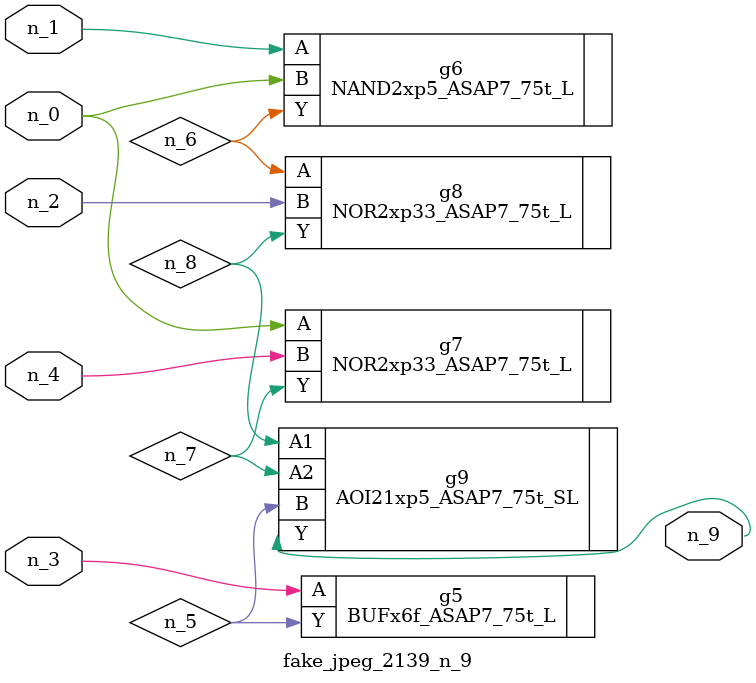
<source format=v>
module fake_jpeg_2139_n_9 (n_3, n_2, n_1, n_0, n_4, n_9);

input n_3;
input n_2;
input n_1;
input n_0;
input n_4;

output n_9;

wire n_8;
wire n_6;
wire n_5;
wire n_7;

BUFx6f_ASAP7_75t_L g5 ( 
.A(n_3),
.Y(n_5)
);

NAND2xp5_ASAP7_75t_L g6 ( 
.A(n_1),
.B(n_0),
.Y(n_6)
);

NOR2xp33_ASAP7_75t_L g7 ( 
.A(n_0),
.B(n_4),
.Y(n_7)
);

NOR2xp33_ASAP7_75t_L g8 ( 
.A(n_6),
.B(n_2),
.Y(n_8)
);

AOI21xp5_ASAP7_75t_SL g9 ( 
.A1(n_8),
.A2(n_7),
.B(n_5),
.Y(n_9)
);


endmodule
</source>
